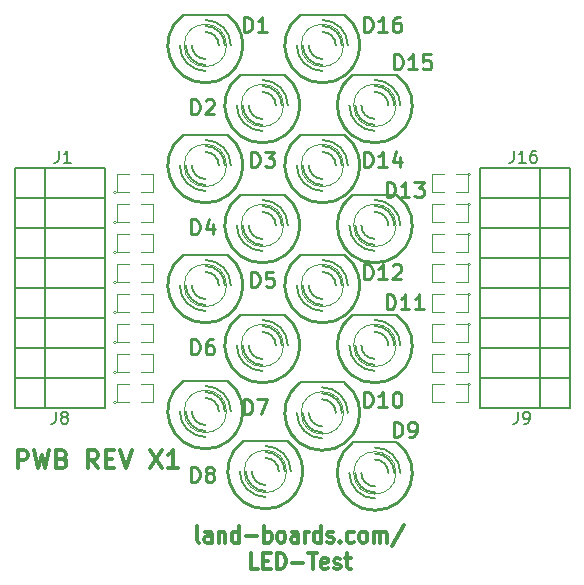
<source format=gto>
G04 (created by PCBNEW (2013-04-19 BZR 4011)-stable) date 01/07/2014 10:59:58*
%MOIN*%
G04 Gerber Fmt 3.4, Leading zero omitted, Abs format*
%FSLAX34Y34*%
G01*
G70*
G90*
G04 APERTURE LIST*
%ADD10C,0*%
%ADD11C,0.012*%
%ADD12C,0.008*%
%ADD13C,0.003*%
%ADD14C,0.01*%
%ADD15C,0.006*%
%ADD16C,0.0039*%
G04 APERTURE END LIST*
G54D10*
G54D11*
X67404Y-49472D02*
X67357Y-49446D01*
X67333Y-49394D01*
X67333Y-48922D01*
X67809Y-49472D02*
X67809Y-49184D01*
X67785Y-49132D01*
X67738Y-49105D01*
X67642Y-49105D01*
X67595Y-49132D01*
X67809Y-49446D02*
X67761Y-49472D01*
X67642Y-49472D01*
X67595Y-49446D01*
X67571Y-49394D01*
X67571Y-49341D01*
X67595Y-49289D01*
X67642Y-49263D01*
X67761Y-49263D01*
X67809Y-49236D01*
X68047Y-49105D02*
X68047Y-49472D01*
X68047Y-49158D02*
X68071Y-49132D01*
X68119Y-49105D01*
X68190Y-49105D01*
X68238Y-49132D01*
X68261Y-49184D01*
X68261Y-49472D01*
X68714Y-49472D02*
X68714Y-48922D01*
X68714Y-49446D02*
X68666Y-49472D01*
X68571Y-49472D01*
X68523Y-49446D01*
X68500Y-49420D01*
X68476Y-49367D01*
X68476Y-49210D01*
X68500Y-49158D01*
X68523Y-49132D01*
X68571Y-49105D01*
X68666Y-49105D01*
X68714Y-49132D01*
X68952Y-49263D02*
X69333Y-49263D01*
X69571Y-49472D02*
X69571Y-48922D01*
X69571Y-49132D02*
X69619Y-49105D01*
X69714Y-49105D01*
X69761Y-49132D01*
X69785Y-49158D01*
X69809Y-49210D01*
X69809Y-49367D01*
X69785Y-49420D01*
X69761Y-49446D01*
X69714Y-49472D01*
X69619Y-49472D01*
X69571Y-49446D01*
X70095Y-49472D02*
X70047Y-49446D01*
X70023Y-49420D01*
X70000Y-49367D01*
X70000Y-49210D01*
X70023Y-49158D01*
X70047Y-49132D01*
X70095Y-49105D01*
X70166Y-49105D01*
X70214Y-49132D01*
X70238Y-49158D01*
X70261Y-49210D01*
X70261Y-49367D01*
X70238Y-49420D01*
X70214Y-49446D01*
X70166Y-49472D01*
X70095Y-49472D01*
X70690Y-49472D02*
X70690Y-49184D01*
X70666Y-49132D01*
X70619Y-49105D01*
X70523Y-49105D01*
X70476Y-49132D01*
X70690Y-49446D02*
X70642Y-49472D01*
X70523Y-49472D01*
X70476Y-49446D01*
X70452Y-49394D01*
X70452Y-49341D01*
X70476Y-49289D01*
X70523Y-49263D01*
X70642Y-49263D01*
X70690Y-49236D01*
X70928Y-49472D02*
X70928Y-49105D01*
X70928Y-49210D02*
X70952Y-49158D01*
X70976Y-49132D01*
X71023Y-49105D01*
X71071Y-49105D01*
X71452Y-49472D02*
X71452Y-48922D01*
X71452Y-49446D02*
X71404Y-49472D01*
X71309Y-49472D01*
X71261Y-49446D01*
X71238Y-49420D01*
X71214Y-49367D01*
X71214Y-49210D01*
X71238Y-49158D01*
X71261Y-49132D01*
X71309Y-49105D01*
X71404Y-49105D01*
X71452Y-49132D01*
X71666Y-49446D02*
X71714Y-49472D01*
X71809Y-49472D01*
X71857Y-49446D01*
X71880Y-49394D01*
X71880Y-49367D01*
X71857Y-49315D01*
X71809Y-49289D01*
X71738Y-49289D01*
X71690Y-49263D01*
X71666Y-49210D01*
X71666Y-49184D01*
X71690Y-49132D01*
X71738Y-49105D01*
X71809Y-49105D01*
X71857Y-49132D01*
X72095Y-49420D02*
X72119Y-49446D01*
X72095Y-49472D01*
X72071Y-49446D01*
X72095Y-49420D01*
X72095Y-49472D01*
X72547Y-49446D02*
X72500Y-49472D01*
X72404Y-49472D01*
X72357Y-49446D01*
X72333Y-49420D01*
X72309Y-49367D01*
X72309Y-49210D01*
X72333Y-49158D01*
X72357Y-49132D01*
X72404Y-49105D01*
X72500Y-49105D01*
X72547Y-49132D01*
X72833Y-49472D02*
X72785Y-49446D01*
X72761Y-49420D01*
X72738Y-49367D01*
X72738Y-49210D01*
X72761Y-49158D01*
X72785Y-49132D01*
X72833Y-49105D01*
X72904Y-49105D01*
X72952Y-49132D01*
X72976Y-49158D01*
X73000Y-49210D01*
X73000Y-49367D01*
X72976Y-49420D01*
X72952Y-49446D01*
X72904Y-49472D01*
X72833Y-49472D01*
X73214Y-49472D02*
X73214Y-49105D01*
X73214Y-49158D02*
X73238Y-49132D01*
X73285Y-49105D01*
X73357Y-49105D01*
X73404Y-49132D01*
X73428Y-49184D01*
X73428Y-49472D01*
X73428Y-49184D02*
X73452Y-49132D01*
X73500Y-49105D01*
X73571Y-49105D01*
X73619Y-49132D01*
X73642Y-49184D01*
X73642Y-49472D01*
X74238Y-48896D02*
X73809Y-49603D01*
X69369Y-50362D02*
X69130Y-50362D01*
X69130Y-49812D01*
X69535Y-50074D02*
X69702Y-50074D01*
X69773Y-50362D02*
X69535Y-50362D01*
X69535Y-49812D01*
X69773Y-49812D01*
X69988Y-50362D02*
X69988Y-49812D01*
X70107Y-49812D01*
X70178Y-49838D01*
X70226Y-49891D01*
X70250Y-49943D01*
X70273Y-50048D01*
X70273Y-50126D01*
X70250Y-50231D01*
X70226Y-50284D01*
X70178Y-50336D01*
X70107Y-50362D01*
X69988Y-50362D01*
X70488Y-50153D02*
X70869Y-50153D01*
X71035Y-49812D02*
X71321Y-49812D01*
X71178Y-50362D02*
X71178Y-49812D01*
X71678Y-50336D02*
X71630Y-50362D01*
X71535Y-50362D01*
X71488Y-50336D01*
X71464Y-50284D01*
X71464Y-50074D01*
X71488Y-50022D01*
X71535Y-49995D01*
X71630Y-49995D01*
X71678Y-50022D01*
X71702Y-50074D01*
X71702Y-50126D01*
X71464Y-50179D01*
X71892Y-50336D02*
X71940Y-50362D01*
X72035Y-50362D01*
X72083Y-50336D01*
X72107Y-50284D01*
X72107Y-50257D01*
X72083Y-50205D01*
X72035Y-50179D01*
X71964Y-50179D01*
X71916Y-50153D01*
X71892Y-50100D01*
X71892Y-50074D01*
X71916Y-50022D01*
X71964Y-49995D01*
X72035Y-49995D01*
X72083Y-50022D01*
X72250Y-49995D02*
X72440Y-49995D01*
X72321Y-49812D02*
X72321Y-50284D01*
X72345Y-50336D01*
X72392Y-50362D01*
X72440Y-50362D01*
X61342Y-46992D02*
X61342Y-46392D01*
X61571Y-46392D01*
X61628Y-46421D01*
X61657Y-46450D01*
X61685Y-46507D01*
X61685Y-46592D01*
X61657Y-46650D01*
X61628Y-46678D01*
X61571Y-46707D01*
X61342Y-46707D01*
X61885Y-46392D02*
X62028Y-46992D01*
X62142Y-46564D01*
X62257Y-46992D01*
X62400Y-46392D01*
X62828Y-46678D02*
X62914Y-46707D01*
X62942Y-46735D01*
X62971Y-46792D01*
X62971Y-46878D01*
X62942Y-46935D01*
X62914Y-46964D01*
X62857Y-46992D01*
X62628Y-46992D01*
X62628Y-46392D01*
X62828Y-46392D01*
X62885Y-46421D01*
X62914Y-46450D01*
X62942Y-46507D01*
X62942Y-46564D01*
X62914Y-46621D01*
X62885Y-46650D01*
X62828Y-46678D01*
X62628Y-46678D01*
X64028Y-46992D02*
X63828Y-46707D01*
X63685Y-46992D02*
X63685Y-46392D01*
X63914Y-46392D01*
X63971Y-46421D01*
X64000Y-46450D01*
X64028Y-46507D01*
X64028Y-46592D01*
X64000Y-46650D01*
X63971Y-46678D01*
X63914Y-46707D01*
X63685Y-46707D01*
X64285Y-46678D02*
X64485Y-46678D01*
X64571Y-46992D02*
X64285Y-46992D01*
X64285Y-46392D01*
X64571Y-46392D01*
X64742Y-46392D02*
X64942Y-46992D01*
X65142Y-46392D01*
X65742Y-46392D02*
X66142Y-46992D01*
X66142Y-46392D02*
X65742Y-46992D01*
X66685Y-46992D02*
X66342Y-46992D01*
X66514Y-46992D02*
X66514Y-46392D01*
X66457Y-46478D01*
X66400Y-46535D01*
X66342Y-46564D01*
G54D12*
X68350Y-44080D02*
X66850Y-44080D01*
G54D13*
X68307Y-45100D02*
G75*
G03X68307Y-45100I-707J0D01*
G74*
G01*
G54D14*
X66849Y-44100D02*
G75*
G03X68350Y-44100I750J-999D01*
G74*
G01*
G54D15*
X67150Y-45100D02*
G75*
G03X67600Y-45550I450J0D01*
G74*
G01*
X68050Y-45100D02*
G75*
G03X67600Y-44650I-450J0D01*
G74*
G01*
X66950Y-45100D02*
G75*
G03X67600Y-45750I650J0D01*
G74*
G01*
X68250Y-45100D02*
G75*
G03X67600Y-44450I-650J0D01*
G74*
G01*
X66750Y-45100D02*
G75*
G03X67600Y-45950I850J0D01*
G74*
G01*
X68450Y-45100D02*
G75*
G03X67600Y-44250I-850J0D01*
G74*
G01*
G54D12*
X72250Y-39880D02*
X70750Y-39880D01*
G54D13*
X72207Y-40900D02*
G75*
G03X72207Y-40900I-707J0D01*
G74*
G01*
G54D14*
X70749Y-39900D02*
G75*
G03X72250Y-39900I750J-999D01*
G74*
G01*
G54D15*
X71050Y-40900D02*
G75*
G03X71500Y-41350I450J0D01*
G74*
G01*
X71950Y-40900D02*
G75*
G03X71500Y-40450I-450J0D01*
G74*
G01*
X70850Y-40900D02*
G75*
G03X71500Y-41550I650J0D01*
G74*
G01*
X72150Y-40900D02*
G75*
G03X71500Y-40250I-650J0D01*
G74*
G01*
X70650Y-40900D02*
G75*
G03X71500Y-41750I850J0D01*
G74*
G01*
X72350Y-40900D02*
G75*
G03X71500Y-40050I-850J0D01*
G74*
G01*
G54D12*
X74000Y-41880D02*
X72500Y-41880D01*
G54D13*
X73957Y-42900D02*
G75*
G03X73957Y-42900I-707J0D01*
G74*
G01*
G54D14*
X72499Y-41900D02*
G75*
G03X74000Y-41900I750J-999D01*
G74*
G01*
G54D15*
X72800Y-42900D02*
G75*
G03X73250Y-43350I450J0D01*
G74*
G01*
X73700Y-42900D02*
G75*
G03X73250Y-42450I-450J0D01*
G74*
G01*
X72600Y-42900D02*
G75*
G03X73250Y-43550I650J0D01*
G74*
G01*
X73900Y-42900D02*
G75*
G03X73250Y-42250I-650J0D01*
G74*
G01*
X72400Y-42900D02*
G75*
G03X73250Y-43750I850J0D01*
G74*
G01*
X74100Y-42900D02*
G75*
G03X73250Y-42050I-850J0D01*
G74*
G01*
G54D12*
X72250Y-44130D02*
X70750Y-44130D01*
G54D13*
X72207Y-45150D02*
G75*
G03X72207Y-45150I-707J0D01*
G74*
G01*
G54D14*
X70749Y-44150D02*
G75*
G03X72250Y-44150I750J-999D01*
G74*
G01*
G54D15*
X71050Y-45150D02*
G75*
G03X71500Y-45600I450J0D01*
G74*
G01*
X71950Y-45150D02*
G75*
G03X71500Y-44700I-450J0D01*
G74*
G01*
X70850Y-45150D02*
G75*
G03X71500Y-45800I650J0D01*
G74*
G01*
X72150Y-45150D02*
G75*
G03X71500Y-44500I-650J0D01*
G74*
G01*
X70650Y-45150D02*
G75*
G03X71500Y-46000I850J0D01*
G74*
G01*
X72350Y-45150D02*
G75*
G03X71500Y-44300I-850J0D01*
G74*
G01*
G54D12*
X74000Y-46130D02*
X72500Y-46130D01*
G54D13*
X73957Y-47150D02*
G75*
G03X73957Y-47150I-707J0D01*
G74*
G01*
G54D14*
X72499Y-46150D02*
G75*
G03X74000Y-46150I750J-999D01*
G74*
G01*
G54D15*
X72800Y-47150D02*
G75*
G03X73250Y-47600I450J0D01*
G74*
G01*
X73700Y-47150D02*
G75*
G03X73250Y-46700I-450J0D01*
G74*
G01*
X72600Y-47150D02*
G75*
G03X73250Y-47800I650J0D01*
G74*
G01*
X73900Y-47150D02*
G75*
G03X73250Y-46500I-650J0D01*
G74*
G01*
X72400Y-47150D02*
G75*
G03X73250Y-48000I850J0D01*
G74*
G01*
X74100Y-47150D02*
G75*
G03X73250Y-46300I-850J0D01*
G74*
G01*
G54D12*
X70350Y-46080D02*
X68850Y-46080D01*
G54D13*
X70307Y-47100D02*
G75*
G03X70307Y-47100I-707J0D01*
G74*
G01*
G54D14*
X68849Y-46100D02*
G75*
G03X70350Y-46100I750J-999D01*
G74*
G01*
G54D15*
X69150Y-47100D02*
G75*
G03X69600Y-47550I450J0D01*
G74*
G01*
X70050Y-47100D02*
G75*
G03X69600Y-46650I-450J0D01*
G74*
G01*
X68950Y-47100D02*
G75*
G03X69600Y-47750I650J0D01*
G74*
G01*
X70250Y-47100D02*
G75*
G03X69600Y-46450I-650J0D01*
G74*
G01*
X68750Y-47100D02*
G75*
G03X69600Y-47950I850J0D01*
G74*
G01*
X70450Y-47100D02*
G75*
G03X69600Y-46250I-850J0D01*
G74*
G01*
G54D12*
X70250Y-41880D02*
X68750Y-41880D01*
G54D13*
X70207Y-42900D02*
G75*
G03X70207Y-42900I-707J0D01*
G74*
G01*
G54D14*
X68749Y-41900D02*
G75*
G03X70250Y-41900I750J-999D01*
G74*
G01*
G54D15*
X69050Y-42900D02*
G75*
G03X69500Y-43350I450J0D01*
G74*
G01*
X69950Y-42900D02*
G75*
G03X69500Y-42450I-450J0D01*
G74*
G01*
X68850Y-42900D02*
G75*
G03X69500Y-43550I650J0D01*
G74*
G01*
X70150Y-42900D02*
G75*
G03X69500Y-42250I-650J0D01*
G74*
G01*
X68650Y-42900D02*
G75*
G03X69500Y-43750I850J0D01*
G74*
G01*
X70350Y-42900D02*
G75*
G03X69500Y-42050I-850J0D01*
G74*
G01*
G54D12*
X68350Y-39880D02*
X66850Y-39880D01*
G54D13*
X68307Y-40900D02*
G75*
G03X68307Y-40900I-707J0D01*
G74*
G01*
G54D14*
X66849Y-39900D02*
G75*
G03X68350Y-39900I750J-999D01*
G74*
G01*
G54D15*
X67150Y-40900D02*
G75*
G03X67600Y-41350I450J0D01*
G74*
G01*
X68050Y-40900D02*
G75*
G03X67600Y-40450I-450J0D01*
G74*
G01*
X66950Y-40900D02*
G75*
G03X67600Y-41550I650J0D01*
G74*
G01*
X68250Y-40900D02*
G75*
G03X67600Y-40250I-650J0D01*
G74*
G01*
X66750Y-40900D02*
G75*
G03X67600Y-41750I850J0D01*
G74*
G01*
X68450Y-40900D02*
G75*
G03X67600Y-40050I-850J0D01*
G74*
G01*
G54D12*
X70250Y-37880D02*
X68750Y-37880D01*
G54D13*
X70207Y-38900D02*
G75*
G03X70207Y-38900I-707J0D01*
G74*
G01*
G54D14*
X68749Y-37900D02*
G75*
G03X70250Y-37900I750J-999D01*
G74*
G01*
G54D15*
X69050Y-38900D02*
G75*
G03X69500Y-39350I450J0D01*
G74*
G01*
X69950Y-38900D02*
G75*
G03X69500Y-38450I-450J0D01*
G74*
G01*
X68850Y-38900D02*
G75*
G03X69500Y-39550I650J0D01*
G74*
G01*
X70150Y-38900D02*
G75*
G03X69500Y-38250I-650J0D01*
G74*
G01*
X68650Y-38900D02*
G75*
G03X69500Y-39750I850J0D01*
G74*
G01*
X70350Y-38900D02*
G75*
G03X69500Y-38050I-850J0D01*
G74*
G01*
G54D12*
X68350Y-35880D02*
X66850Y-35880D01*
G54D13*
X68307Y-36900D02*
G75*
G03X68307Y-36900I-707J0D01*
G74*
G01*
G54D14*
X66849Y-35900D02*
G75*
G03X68350Y-35900I750J-999D01*
G74*
G01*
G54D15*
X67150Y-36900D02*
G75*
G03X67600Y-37350I450J0D01*
G74*
G01*
X68050Y-36900D02*
G75*
G03X67600Y-36450I-450J0D01*
G74*
G01*
X66950Y-36900D02*
G75*
G03X67600Y-37550I650J0D01*
G74*
G01*
X68250Y-36900D02*
G75*
G03X67600Y-36250I-650J0D01*
G74*
G01*
X66750Y-36900D02*
G75*
G03X67600Y-37750I850J0D01*
G74*
G01*
X68450Y-36900D02*
G75*
G03X67600Y-36050I-850J0D01*
G74*
G01*
G54D12*
X70250Y-33880D02*
X68750Y-33880D01*
G54D13*
X70207Y-34900D02*
G75*
G03X70207Y-34900I-707J0D01*
G74*
G01*
G54D14*
X68749Y-33900D02*
G75*
G03X70250Y-33900I750J-999D01*
G74*
G01*
G54D15*
X69050Y-34900D02*
G75*
G03X69500Y-35350I450J0D01*
G74*
G01*
X69950Y-34900D02*
G75*
G03X69500Y-34450I-450J0D01*
G74*
G01*
X68850Y-34900D02*
G75*
G03X69500Y-35550I650J0D01*
G74*
G01*
X70150Y-34900D02*
G75*
G03X69500Y-34250I-650J0D01*
G74*
G01*
X68650Y-34900D02*
G75*
G03X69500Y-35750I850J0D01*
G74*
G01*
X70350Y-34900D02*
G75*
G03X69500Y-34050I-850J0D01*
G74*
G01*
G54D12*
X68350Y-31880D02*
X66850Y-31880D01*
G54D13*
X68307Y-32900D02*
G75*
G03X68307Y-32900I-707J0D01*
G74*
G01*
G54D14*
X66849Y-31900D02*
G75*
G03X68350Y-31900I750J-999D01*
G74*
G01*
G54D15*
X67150Y-32900D02*
G75*
G03X67600Y-33350I450J0D01*
G74*
G01*
X68050Y-32900D02*
G75*
G03X67600Y-32450I-450J0D01*
G74*
G01*
X66950Y-32900D02*
G75*
G03X67600Y-33550I650J0D01*
G74*
G01*
X68250Y-32900D02*
G75*
G03X67600Y-32250I-650J0D01*
G74*
G01*
X66750Y-32900D02*
G75*
G03X67600Y-33750I850J0D01*
G74*
G01*
X68450Y-32900D02*
G75*
G03X67600Y-32050I-850J0D01*
G74*
G01*
G54D12*
X72250Y-31880D02*
X70750Y-31880D01*
G54D13*
X72207Y-32900D02*
G75*
G03X72207Y-32900I-707J0D01*
G74*
G01*
G54D14*
X70749Y-31900D02*
G75*
G03X72250Y-31900I750J-999D01*
G74*
G01*
G54D15*
X71050Y-32900D02*
G75*
G03X71500Y-33350I450J0D01*
G74*
G01*
X71950Y-32900D02*
G75*
G03X71500Y-32450I-450J0D01*
G74*
G01*
X70850Y-32900D02*
G75*
G03X71500Y-33550I650J0D01*
G74*
G01*
X72150Y-32900D02*
G75*
G03X71500Y-32250I-650J0D01*
G74*
G01*
X70650Y-32900D02*
G75*
G03X71500Y-33750I850J0D01*
G74*
G01*
X72350Y-32900D02*
G75*
G03X71500Y-32050I-850J0D01*
G74*
G01*
G54D12*
X74000Y-37880D02*
X72500Y-37880D01*
G54D13*
X73957Y-38900D02*
G75*
G03X73957Y-38900I-707J0D01*
G74*
G01*
G54D14*
X72499Y-37900D02*
G75*
G03X74000Y-37900I750J-999D01*
G74*
G01*
G54D15*
X72800Y-38900D02*
G75*
G03X73250Y-39350I450J0D01*
G74*
G01*
X73700Y-38900D02*
G75*
G03X73250Y-38450I-450J0D01*
G74*
G01*
X72600Y-38900D02*
G75*
G03X73250Y-39550I650J0D01*
G74*
G01*
X73900Y-38900D02*
G75*
G03X73250Y-38250I-650J0D01*
G74*
G01*
X72400Y-38900D02*
G75*
G03X73250Y-39750I850J0D01*
G74*
G01*
X74100Y-38900D02*
G75*
G03X73250Y-38050I-850J0D01*
G74*
G01*
G54D12*
X72250Y-35880D02*
X70750Y-35880D01*
G54D13*
X72207Y-36900D02*
G75*
G03X72207Y-36900I-707J0D01*
G74*
G01*
G54D14*
X70749Y-35900D02*
G75*
G03X72250Y-35900I750J-999D01*
G74*
G01*
G54D15*
X71050Y-36900D02*
G75*
G03X71500Y-37350I450J0D01*
G74*
G01*
X71950Y-36900D02*
G75*
G03X71500Y-36450I-450J0D01*
G74*
G01*
X70850Y-36900D02*
G75*
G03X71500Y-37550I650J0D01*
G74*
G01*
X72150Y-36900D02*
G75*
G03X71500Y-36250I-650J0D01*
G74*
G01*
X70650Y-36900D02*
G75*
G03X71500Y-37750I850J0D01*
G74*
G01*
X72350Y-36900D02*
G75*
G03X71500Y-36050I-850J0D01*
G74*
G01*
G54D12*
X74000Y-33880D02*
X72500Y-33880D01*
G54D13*
X73957Y-34900D02*
G75*
G03X73957Y-34900I-707J0D01*
G74*
G01*
G54D14*
X72499Y-33900D02*
G75*
G03X74000Y-33900I750J-999D01*
G74*
G01*
G54D15*
X72800Y-34900D02*
G75*
G03X73250Y-35350I450J0D01*
G74*
G01*
X73700Y-34900D02*
G75*
G03X73250Y-34450I-450J0D01*
G74*
G01*
X72600Y-34900D02*
G75*
G03X73250Y-35550I650J0D01*
G74*
G01*
X73900Y-34900D02*
G75*
G03X73250Y-34250I-650J0D01*
G74*
G01*
X72400Y-34900D02*
G75*
G03X73250Y-35750I850J0D01*
G74*
G01*
X74100Y-34900D02*
G75*
G03X73250Y-34050I-850J0D01*
G74*
G01*
X61250Y-39000D02*
X61250Y-38000D01*
X61250Y-38000D02*
X64250Y-38000D01*
X64250Y-38000D02*
X64250Y-39000D01*
X64250Y-39000D02*
X61250Y-39000D01*
X62250Y-38000D02*
X62250Y-39000D01*
X79750Y-37000D02*
X79750Y-38000D01*
X79750Y-38000D02*
X76750Y-38000D01*
X76750Y-38000D02*
X76750Y-37000D01*
X76750Y-37000D02*
X79750Y-37000D01*
X78750Y-38000D02*
X78750Y-37000D01*
X79750Y-39000D02*
X79750Y-40000D01*
X79750Y-40000D02*
X76750Y-40000D01*
X76750Y-40000D02*
X76750Y-39000D01*
X76750Y-39000D02*
X79750Y-39000D01*
X78750Y-40000D02*
X78750Y-39000D01*
X79750Y-41000D02*
X79750Y-42000D01*
X79750Y-42000D02*
X76750Y-42000D01*
X76750Y-42000D02*
X76750Y-41000D01*
X76750Y-41000D02*
X79750Y-41000D01*
X78750Y-42000D02*
X78750Y-41000D01*
X79750Y-43000D02*
X79750Y-44000D01*
X79750Y-44000D02*
X76750Y-44000D01*
X76750Y-44000D02*
X76750Y-43000D01*
X76750Y-43000D02*
X79750Y-43000D01*
X78750Y-44000D02*
X78750Y-43000D01*
X61250Y-45000D02*
X61250Y-44000D01*
X61250Y-44000D02*
X64250Y-44000D01*
X64250Y-44000D02*
X64250Y-45000D01*
X64250Y-45000D02*
X61250Y-45000D01*
X62250Y-44000D02*
X62250Y-45000D01*
X61250Y-43000D02*
X61250Y-42000D01*
X61250Y-42000D02*
X64250Y-42000D01*
X64250Y-42000D02*
X64250Y-43000D01*
X64250Y-43000D02*
X61250Y-43000D01*
X62250Y-42000D02*
X62250Y-43000D01*
X61250Y-41000D02*
X61250Y-40000D01*
X61250Y-40000D02*
X64250Y-40000D01*
X64250Y-40000D02*
X64250Y-41000D01*
X64250Y-41000D02*
X61250Y-41000D01*
X62250Y-40000D02*
X62250Y-41000D01*
X61250Y-38000D02*
X61250Y-37000D01*
X61250Y-37000D02*
X64250Y-37000D01*
X64250Y-37000D02*
X64250Y-38000D01*
X64250Y-38000D02*
X61250Y-38000D01*
X62250Y-37000D02*
X62250Y-38000D01*
X79750Y-38000D02*
X79750Y-39000D01*
X79750Y-39000D02*
X76750Y-39000D01*
X76750Y-39000D02*
X76750Y-38000D01*
X76750Y-38000D02*
X79750Y-38000D01*
X78750Y-39000D02*
X78750Y-38000D01*
X79750Y-40000D02*
X79750Y-41000D01*
X79750Y-41000D02*
X76750Y-41000D01*
X76750Y-41000D02*
X76750Y-40000D01*
X76750Y-40000D02*
X79750Y-40000D01*
X78750Y-41000D02*
X78750Y-40000D01*
X79750Y-42000D02*
X79750Y-43000D01*
X79750Y-43000D02*
X76750Y-43000D01*
X76750Y-43000D02*
X76750Y-42000D01*
X76750Y-42000D02*
X79750Y-42000D01*
X78750Y-43000D02*
X78750Y-42000D01*
X79750Y-44000D02*
X79750Y-45000D01*
X79750Y-45000D02*
X76750Y-45000D01*
X76750Y-45000D02*
X76750Y-44000D01*
X76750Y-44000D02*
X79750Y-44000D01*
X78750Y-45000D02*
X78750Y-44000D01*
X61250Y-44000D02*
X61250Y-43000D01*
X61250Y-43000D02*
X64250Y-43000D01*
X64250Y-43000D02*
X64250Y-44000D01*
X64250Y-44000D02*
X61250Y-44000D01*
X62250Y-43000D02*
X62250Y-44000D01*
X61250Y-42000D02*
X61250Y-41000D01*
X61250Y-41000D02*
X64250Y-41000D01*
X64250Y-41000D02*
X64250Y-42000D01*
X64250Y-42000D02*
X61250Y-42000D01*
X62250Y-41000D02*
X62250Y-42000D01*
X61250Y-40000D02*
X61250Y-39000D01*
X61250Y-39000D02*
X64250Y-39000D01*
X64250Y-39000D02*
X64250Y-40000D01*
X64250Y-40000D02*
X61250Y-40000D01*
X62250Y-39000D02*
X62250Y-40000D01*
G54D16*
X76450Y-37200D02*
G75*
G03X76450Y-37200I-50J0D01*
G74*
G01*
X75950Y-37200D02*
X76350Y-37200D01*
X76350Y-37200D02*
X76350Y-37800D01*
X76350Y-37800D02*
X75950Y-37800D01*
X75550Y-37800D02*
X75150Y-37800D01*
X75150Y-37800D02*
X75150Y-37200D01*
X75150Y-37200D02*
X75550Y-37200D01*
X76450Y-39200D02*
G75*
G03X76450Y-39200I-50J0D01*
G74*
G01*
X75950Y-39200D02*
X76350Y-39200D01*
X76350Y-39200D02*
X76350Y-39800D01*
X76350Y-39800D02*
X75950Y-39800D01*
X75550Y-39800D02*
X75150Y-39800D01*
X75150Y-39800D02*
X75150Y-39200D01*
X75150Y-39200D02*
X75550Y-39200D01*
X76450Y-38200D02*
G75*
G03X76450Y-38200I-50J0D01*
G74*
G01*
X75950Y-38200D02*
X76350Y-38200D01*
X76350Y-38200D02*
X76350Y-38800D01*
X76350Y-38800D02*
X75950Y-38800D01*
X75550Y-38800D02*
X75150Y-38800D01*
X75150Y-38800D02*
X75150Y-38200D01*
X75150Y-38200D02*
X75550Y-38200D01*
X64650Y-37800D02*
G75*
G03X64650Y-37800I-50J0D01*
G74*
G01*
X65050Y-37800D02*
X64650Y-37800D01*
X64650Y-37800D02*
X64650Y-37200D01*
X64650Y-37200D02*
X65050Y-37200D01*
X65450Y-37200D02*
X65850Y-37200D01*
X65850Y-37200D02*
X65850Y-37800D01*
X65850Y-37800D02*
X65450Y-37800D01*
X64650Y-39800D02*
G75*
G03X64650Y-39800I-50J0D01*
G74*
G01*
X65050Y-39800D02*
X64650Y-39800D01*
X64650Y-39800D02*
X64650Y-39200D01*
X64650Y-39200D02*
X65050Y-39200D01*
X65450Y-39200D02*
X65850Y-39200D01*
X65850Y-39200D02*
X65850Y-39800D01*
X65850Y-39800D02*
X65450Y-39800D01*
X64650Y-40800D02*
G75*
G03X64650Y-40800I-50J0D01*
G74*
G01*
X65050Y-40800D02*
X64650Y-40800D01*
X64650Y-40800D02*
X64650Y-40200D01*
X64650Y-40200D02*
X65050Y-40200D01*
X65450Y-40200D02*
X65850Y-40200D01*
X65850Y-40200D02*
X65850Y-40800D01*
X65850Y-40800D02*
X65450Y-40800D01*
X64650Y-41800D02*
G75*
G03X64650Y-41800I-50J0D01*
G74*
G01*
X65050Y-41800D02*
X64650Y-41800D01*
X64650Y-41800D02*
X64650Y-41200D01*
X64650Y-41200D02*
X65050Y-41200D01*
X65450Y-41200D02*
X65850Y-41200D01*
X65850Y-41200D02*
X65850Y-41800D01*
X65850Y-41800D02*
X65450Y-41800D01*
X64650Y-42800D02*
G75*
G03X64650Y-42800I-50J0D01*
G74*
G01*
X65050Y-42800D02*
X64650Y-42800D01*
X64650Y-42800D02*
X64650Y-42200D01*
X64650Y-42200D02*
X65050Y-42200D01*
X65450Y-42200D02*
X65850Y-42200D01*
X65850Y-42200D02*
X65850Y-42800D01*
X65850Y-42800D02*
X65450Y-42800D01*
X64650Y-43800D02*
G75*
G03X64650Y-43800I-50J0D01*
G74*
G01*
X65050Y-43800D02*
X64650Y-43800D01*
X64650Y-43800D02*
X64650Y-43200D01*
X64650Y-43200D02*
X65050Y-43200D01*
X65450Y-43200D02*
X65850Y-43200D01*
X65850Y-43200D02*
X65850Y-43800D01*
X65850Y-43800D02*
X65450Y-43800D01*
X64650Y-44800D02*
G75*
G03X64650Y-44800I-50J0D01*
G74*
G01*
X65050Y-44800D02*
X64650Y-44800D01*
X64650Y-44800D02*
X64650Y-44200D01*
X64650Y-44200D02*
X65050Y-44200D01*
X65450Y-44200D02*
X65850Y-44200D01*
X65850Y-44200D02*
X65850Y-44800D01*
X65850Y-44800D02*
X65450Y-44800D01*
X76450Y-44200D02*
G75*
G03X76450Y-44200I-50J0D01*
G74*
G01*
X75950Y-44200D02*
X76350Y-44200D01*
X76350Y-44200D02*
X76350Y-44800D01*
X76350Y-44800D02*
X75950Y-44800D01*
X75550Y-44800D02*
X75150Y-44800D01*
X75150Y-44800D02*
X75150Y-44200D01*
X75150Y-44200D02*
X75550Y-44200D01*
X76450Y-43200D02*
G75*
G03X76450Y-43200I-50J0D01*
G74*
G01*
X75950Y-43200D02*
X76350Y-43200D01*
X76350Y-43200D02*
X76350Y-43800D01*
X76350Y-43800D02*
X75950Y-43800D01*
X75550Y-43800D02*
X75150Y-43800D01*
X75150Y-43800D02*
X75150Y-43200D01*
X75150Y-43200D02*
X75550Y-43200D01*
X76450Y-40200D02*
G75*
G03X76450Y-40200I-50J0D01*
G74*
G01*
X75950Y-40200D02*
X76350Y-40200D01*
X76350Y-40200D02*
X76350Y-40800D01*
X76350Y-40800D02*
X75950Y-40800D01*
X75550Y-40800D02*
X75150Y-40800D01*
X75150Y-40800D02*
X75150Y-40200D01*
X75150Y-40200D02*
X75550Y-40200D01*
X76450Y-41200D02*
G75*
G03X76450Y-41200I-50J0D01*
G74*
G01*
X75950Y-41200D02*
X76350Y-41200D01*
X76350Y-41200D02*
X76350Y-41800D01*
X76350Y-41800D02*
X75950Y-41800D01*
X75550Y-41800D02*
X75150Y-41800D01*
X75150Y-41800D02*
X75150Y-41200D01*
X75150Y-41200D02*
X75550Y-41200D01*
X76450Y-42200D02*
G75*
G03X76450Y-42200I-50J0D01*
G74*
G01*
X75950Y-42200D02*
X76350Y-42200D01*
X76350Y-42200D02*
X76350Y-42800D01*
X76350Y-42800D02*
X75950Y-42800D01*
X75550Y-42800D02*
X75150Y-42800D01*
X75150Y-42800D02*
X75150Y-42200D01*
X75150Y-42200D02*
X75550Y-42200D01*
X64650Y-38800D02*
G75*
G03X64650Y-38800I-50J0D01*
G74*
G01*
X65050Y-38800D02*
X64650Y-38800D01*
X64650Y-38800D02*
X64650Y-38200D01*
X64650Y-38200D02*
X65050Y-38200D01*
X65450Y-38200D02*
X65850Y-38200D01*
X65850Y-38200D02*
X65850Y-38800D01*
X65850Y-38800D02*
X65450Y-38800D01*
G54D14*
X68880Y-45202D02*
X68880Y-44702D01*
X69000Y-44702D01*
X69071Y-44726D01*
X69119Y-44773D01*
X69142Y-44821D01*
X69166Y-44916D01*
X69166Y-44988D01*
X69142Y-45083D01*
X69119Y-45130D01*
X69071Y-45178D01*
X69000Y-45202D01*
X68880Y-45202D01*
X69333Y-44702D02*
X69666Y-44702D01*
X69452Y-45202D01*
X72892Y-40702D02*
X72892Y-40202D01*
X73011Y-40202D01*
X73083Y-40226D01*
X73130Y-40273D01*
X73154Y-40321D01*
X73178Y-40416D01*
X73178Y-40488D01*
X73154Y-40583D01*
X73130Y-40630D01*
X73083Y-40678D01*
X73011Y-40702D01*
X72892Y-40702D01*
X73654Y-40702D02*
X73369Y-40702D01*
X73511Y-40702D02*
X73511Y-40202D01*
X73464Y-40273D01*
X73416Y-40321D01*
X73369Y-40345D01*
X73845Y-40250D02*
X73869Y-40226D01*
X73916Y-40202D01*
X74035Y-40202D01*
X74083Y-40226D01*
X74107Y-40250D01*
X74130Y-40297D01*
X74130Y-40345D01*
X74107Y-40416D01*
X73821Y-40702D01*
X74130Y-40702D01*
X73642Y-41702D02*
X73642Y-41202D01*
X73761Y-41202D01*
X73833Y-41226D01*
X73880Y-41273D01*
X73904Y-41321D01*
X73928Y-41416D01*
X73928Y-41488D01*
X73904Y-41583D01*
X73880Y-41630D01*
X73833Y-41678D01*
X73761Y-41702D01*
X73642Y-41702D01*
X74404Y-41702D02*
X74119Y-41702D01*
X74261Y-41702D02*
X74261Y-41202D01*
X74214Y-41273D01*
X74166Y-41321D01*
X74119Y-41345D01*
X74880Y-41702D02*
X74595Y-41702D01*
X74738Y-41702D02*
X74738Y-41202D01*
X74690Y-41273D01*
X74642Y-41321D01*
X74595Y-41345D01*
X72892Y-44952D02*
X72892Y-44452D01*
X73011Y-44452D01*
X73083Y-44476D01*
X73130Y-44523D01*
X73154Y-44571D01*
X73178Y-44666D01*
X73178Y-44738D01*
X73154Y-44833D01*
X73130Y-44880D01*
X73083Y-44928D01*
X73011Y-44952D01*
X72892Y-44952D01*
X73654Y-44952D02*
X73369Y-44952D01*
X73511Y-44952D02*
X73511Y-44452D01*
X73464Y-44523D01*
X73416Y-44571D01*
X73369Y-44595D01*
X73964Y-44452D02*
X74011Y-44452D01*
X74059Y-44476D01*
X74083Y-44500D01*
X74107Y-44547D01*
X74130Y-44642D01*
X74130Y-44761D01*
X74107Y-44857D01*
X74083Y-44904D01*
X74059Y-44928D01*
X74011Y-44952D01*
X73964Y-44952D01*
X73916Y-44928D01*
X73892Y-44904D01*
X73869Y-44857D01*
X73845Y-44761D01*
X73845Y-44642D01*
X73869Y-44547D01*
X73892Y-44500D01*
X73916Y-44476D01*
X73964Y-44452D01*
X73880Y-45952D02*
X73880Y-45452D01*
X74000Y-45452D01*
X74071Y-45476D01*
X74119Y-45523D01*
X74142Y-45571D01*
X74166Y-45666D01*
X74166Y-45738D01*
X74142Y-45833D01*
X74119Y-45880D01*
X74071Y-45928D01*
X74000Y-45952D01*
X73880Y-45952D01*
X74404Y-45952D02*
X74500Y-45952D01*
X74547Y-45928D01*
X74571Y-45904D01*
X74619Y-45833D01*
X74642Y-45738D01*
X74642Y-45547D01*
X74619Y-45500D01*
X74595Y-45476D01*
X74547Y-45452D01*
X74452Y-45452D01*
X74404Y-45476D01*
X74380Y-45500D01*
X74357Y-45547D01*
X74357Y-45666D01*
X74380Y-45714D01*
X74404Y-45738D01*
X74452Y-45761D01*
X74547Y-45761D01*
X74595Y-45738D01*
X74619Y-45714D01*
X74642Y-45666D01*
X67130Y-47452D02*
X67130Y-46952D01*
X67250Y-46952D01*
X67321Y-46976D01*
X67369Y-47023D01*
X67392Y-47071D01*
X67416Y-47166D01*
X67416Y-47238D01*
X67392Y-47333D01*
X67369Y-47380D01*
X67321Y-47428D01*
X67250Y-47452D01*
X67130Y-47452D01*
X67702Y-47166D02*
X67654Y-47142D01*
X67630Y-47119D01*
X67607Y-47071D01*
X67607Y-47047D01*
X67630Y-47000D01*
X67654Y-46976D01*
X67702Y-46952D01*
X67797Y-46952D01*
X67845Y-46976D01*
X67869Y-47000D01*
X67892Y-47047D01*
X67892Y-47071D01*
X67869Y-47119D01*
X67845Y-47142D01*
X67797Y-47166D01*
X67702Y-47166D01*
X67654Y-47190D01*
X67630Y-47214D01*
X67607Y-47261D01*
X67607Y-47357D01*
X67630Y-47404D01*
X67654Y-47428D01*
X67702Y-47452D01*
X67797Y-47452D01*
X67845Y-47428D01*
X67869Y-47404D01*
X67892Y-47357D01*
X67892Y-47261D01*
X67869Y-47214D01*
X67845Y-47190D01*
X67797Y-47166D01*
X67130Y-43202D02*
X67130Y-42702D01*
X67250Y-42702D01*
X67321Y-42726D01*
X67369Y-42773D01*
X67392Y-42821D01*
X67416Y-42916D01*
X67416Y-42988D01*
X67392Y-43083D01*
X67369Y-43130D01*
X67321Y-43178D01*
X67250Y-43202D01*
X67130Y-43202D01*
X67845Y-42702D02*
X67750Y-42702D01*
X67702Y-42726D01*
X67678Y-42750D01*
X67630Y-42821D01*
X67607Y-42916D01*
X67607Y-43107D01*
X67630Y-43154D01*
X67654Y-43178D01*
X67702Y-43202D01*
X67797Y-43202D01*
X67845Y-43178D01*
X67869Y-43154D01*
X67892Y-43107D01*
X67892Y-42988D01*
X67869Y-42940D01*
X67845Y-42916D01*
X67797Y-42892D01*
X67702Y-42892D01*
X67654Y-42916D01*
X67630Y-42940D01*
X67607Y-42988D01*
X69130Y-40952D02*
X69130Y-40452D01*
X69250Y-40452D01*
X69321Y-40476D01*
X69369Y-40523D01*
X69392Y-40571D01*
X69416Y-40666D01*
X69416Y-40738D01*
X69392Y-40833D01*
X69369Y-40880D01*
X69321Y-40928D01*
X69250Y-40952D01*
X69130Y-40952D01*
X69869Y-40452D02*
X69630Y-40452D01*
X69607Y-40690D01*
X69630Y-40666D01*
X69678Y-40642D01*
X69797Y-40642D01*
X69845Y-40666D01*
X69869Y-40690D01*
X69892Y-40738D01*
X69892Y-40857D01*
X69869Y-40904D01*
X69845Y-40928D01*
X69797Y-40952D01*
X69678Y-40952D01*
X69630Y-40928D01*
X69607Y-40904D01*
X67130Y-39202D02*
X67130Y-38702D01*
X67250Y-38702D01*
X67321Y-38726D01*
X67369Y-38773D01*
X67392Y-38821D01*
X67416Y-38916D01*
X67416Y-38988D01*
X67392Y-39083D01*
X67369Y-39130D01*
X67321Y-39178D01*
X67250Y-39202D01*
X67130Y-39202D01*
X67845Y-38869D02*
X67845Y-39202D01*
X67726Y-38678D02*
X67607Y-39035D01*
X67916Y-39035D01*
X69130Y-36952D02*
X69130Y-36452D01*
X69250Y-36452D01*
X69321Y-36476D01*
X69369Y-36523D01*
X69392Y-36571D01*
X69416Y-36666D01*
X69416Y-36738D01*
X69392Y-36833D01*
X69369Y-36880D01*
X69321Y-36928D01*
X69250Y-36952D01*
X69130Y-36952D01*
X69583Y-36452D02*
X69892Y-36452D01*
X69726Y-36642D01*
X69797Y-36642D01*
X69845Y-36666D01*
X69869Y-36690D01*
X69892Y-36738D01*
X69892Y-36857D01*
X69869Y-36904D01*
X69845Y-36928D01*
X69797Y-36952D01*
X69654Y-36952D01*
X69607Y-36928D01*
X69583Y-36904D01*
X67130Y-35202D02*
X67130Y-34702D01*
X67250Y-34702D01*
X67321Y-34726D01*
X67369Y-34773D01*
X67392Y-34821D01*
X67416Y-34916D01*
X67416Y-34988D01*
X67392Y-35083D01*
X67369Y-35130D01*
X67321Y-35178D01*
X67250Y-35202D01*
X67130Y-35202D01*
X67607Y-34750D02*
X67630Y-34726D01*
X67678Y-34702D01*
X67797Y-34702D01*
X67845Y-34726D01*
X67869Y-34750D01*
X67892Y-34797D01*
X67892Y-34845D01*
X67869Y-34916D01*
X67583Y-35202D01*
X67892Y-35202D01*
X68880Y-32452D02*
X68880Y-31952D01*
X69000Y-31952D01*
X69071Y-31976D01*
X69119Y-32023D01*
X69142Y-32071D01*
X69166Y-32166D01*
X69166Y-32238D01*
X69142Y-32333D01*
X69119Y-32380D01*
X69071Y-32428D01*
X69000Y-32452D01*
X68880Y-32452D01*
X69642Y-32452D02*
X69357Y-32452D01*
X69500Y-32452D02*
X69500Y-31952D01*
X69452Y-32023D01*
X69404Y-32071D01*
X69357Y-32095D01*
X72892Y-32452D02*
X72892Y-31952D01*
X73011Y-31952D01*
X73083Y-31976D01*
X73130Y-32023D01*
X73154Y-32071D01*
X73178Y-32166D01*
X73178Y-32238D01*
X73154Y-32333D01*
X73130Y-32380D01*
X73083Y-32428D01*
X73011Y-32452D01*
X72892Y-32452D01*
X73654Y-32452D02*
X73369Y-32452D01*
X73511Y-32452D02*
X73511Y-31952D01*
X73464Y-32023D01*
X73416Y-32071D01*
X73369Y-32095D01*
X74083Y-31952D02*
X73988Y-31952D01*
X73940Y-31976D01*
X73916Y-32000D01*
X73869Y-32071D01*
X73845Y-32166D01*
X73845Y-32357D01*
X73869Y-32404D01*
X73892Y-32428D01*
X73940Y-32452D01*
X74035Y-32452D01*
X74083Y-32428D01*
X74107Y-32404D01*
X74130Y-32357D01*
X74130Y-32238D01*
X74107Y-32190D01*
X74083Y-32166D01*
X74035Y-32142D01*
X73940Y-32142D01*
X73892Y-32166D01*
X73869Y-32190D01*
X73845Y-32238D01*
X73642Y-37952D02*
X73642Y-37452D01*
X73761Y-37452D01*
X73833Y-37476D01*
X73880Y-37523D01*
X73904Y-37571D01*
X73928Y-37666D01*
X73928Y-37738D01*
X73904Y-37833D01*
X73880Y-37880D01*
X73833Y-37928D01*
X73761Y-37952D01*
X73642Y-37952D01*
X74404Y-37952D02*
X74119Y-37952D01*
X74261Y-37952D02*
X74261Y-37452D01*
X74214Y-37523D01*
X74166Y-37571D01*
X74119Y-37595D01*
X74571Y-37452D02*
X74880Y-37452D01*
X74714Y-37642D01*
X74785Y-37642D01*
X74833Y-37666D01*
X74857Y-37690D01*
X74880Y-37738D01*
X74880Y-37857D01*
X74857Y-37904D01*
X74833Y-37928D01*
X74785Y-37952D01*
X74642Y-37952D01*
X74595Y-37928D01*
X74571Y-37904D01*
X72892Y-36952D02*
X72892Y-36452D01*
X73011Y-36452D01*
X73083Y-36476D01*
X73130Y-36523D01*
X73154Y-36571D01*
X73178Y-36666D01*
X73178Y-36738D01*
X73154Y-36833D01*
X73130Y-36880D01*
X73083Y-36928D01*
X73011Y-36952D01*
X72892Y-36952D01*
X73654Y-36952D02*
X73369Y-36952D01*
X73511Y-36952D02*
X73511Y-36452D01*
X73464Y-36523D01*
X73416Y-36571D01*
X73369Y-36595D01*
X74083Y-36619D02*
X74083Y-36952D01*
X73964Y-36428D02*
X73845Y-36785D01*
X74154Y-36785D01*
X73892Y-33702D02*
X73892Y-33202D01*
X74011Y-33202D01*
X74083Y-33226D01*
X74130Y-33273D01*
X74154Y-33321D01*
X74178Y-33416D01*
X74178Y-33488D01*
X74154Y-33583D01*
X74130Y-33630D01*
X74083Y-33678D01*
X74011Y-33702D01*
X73892Y-33702D01*
X74654Y-33702D02*
X74369Y-33702D01*
X74511Y-33702D02*
X74511Y-33202D01*
X74464Y-33273D01*
X74416Y-33321D01*
X74369Y-33345D01*
X75107Y-33202D02*
X74869Y-33202D01*
X74845Y-33440D01*
X74869Y-33416D01*
X74916Y-33392D01*
X75035Y-33392D01*
X75083Y-33416D01*
X75107Y-33440D01*
X75130Y-33488D01*
X75130Y-33607D01*
X75107Y-33654D01*
X75083Y-33678D01*
X75035Y-33702D01*
X74916Y-33702D01*
X74869Y-33678D01*
X74845Y-33654D01*
G54D15*
X77876Y-36411D02*
X77876Y-36697D01*
X77857Y-36754D01*
X77819Y-36792D01*
X77761Y-36811D01*
X77723Y-36811D01*
X78276Y-36811D02*
X78047Y-36811D01*
X78161Y-36811D02*
X78161Y-36411D01*
X78123Y-36469D01*
X78085Y-36507D01*
X78047Y-36526D01*
X78619Y-36411D02*
X78542Y-36411D01*
X78504Y-36430D01*
X78485Y-36450D01*
X78447Y-36507D01*
X78428Y-36583D01*
X78428Y-36735D01*
X78447Y-36773D01*
X78466Y-36792D01*
X78504Y-36811D01*
X78580Y-36811D01*
X78619Y-36792D01*
X78638Y-36773D01*
X78657Y-36735D01*
X78657Y-36640D01*
X78638Y-36602D01*
X78619Y-36583D01*
X78580Y-36564D01*
X78504Y-36564D01*
X78466Y-36583D01*
X78447Y-36602D01*
X78428Y-36640D01*
X62616Y-45111D02*
X62616Y-45397D01*
X62597Y-45454D01*
X62559Y-45492D01*
X62502Y-45511D01*
X62464Y-45511D01*
X62864Y-45283D02*
X62826Y-45264D01*
X62807Y-45245D01*
X62788Y-45207D01*
X62788Y-45188D01*
X62807Y-45150D01*
X62826Y-45130D01*
X62864Y-45111D01*
X62940Y-45111D01*
X62978Y-45130D01*
X62997Y-45150D01*
X63016Y-45188D01*
X63016Y-45207D01*
X62997Y-45245D01*
X62978Y-45264D01*
X62940Y-45283D01*
X62864Y-45283D01*
X62826Y-45302D01*
X62807Y-45321D01*
X62788Y-45359D01*
X62788Y-45435D01*
X62807Y-45473D01*
X62826Y-45492D01*
X62864Y-45511D01*
X62940Y-45511D01*
X62978Y-45492D01*
X62997Y-45473D01*
X63016Y-45435D01*
X63016Y-45359D01*
X62997Y-45321D01*
X62978Y-45302D01*
X62940Y-45283D01*
X62716Y-36411D02*
X62716Y-36697D01*
X62697Y-36754D01*
X62659Y-36792D01*
X62602Y-36811D01*
X62564Y-36811D01*
X63116Y-36811D02*
X62888Y-36811D01*
X63002Y-36811D02*
X63002Y-36411D01*
X62964Y-36469D01*
X62926Y-36507D01*
X62888Y-36526D01*
X78016Y-45111D02*
X78016Y-45397D01*
X77997Y-45454D01*
X77959Y-45492D01*
X77902Y-45511D01*
X77864Y-45511D01*
X78226Y-45511D02*
X78302Y-45511D01*
X78340Y-45492D01*
X78359Y-45473D01*
X78397Y-45416D01*
X78416Y-45340D01*
X78416Y-45188D01*
X78397Y-45150D01*
X78378Y-45130D01*
X78340Y-45111D01*
X78264Y-45111D01*
X78226Y-45130D01*
X78207Y-45150D01*
X78188Y-45188D01*
X78188Y-45283D01*
X78207Y-45321D01*
X78226Y-45340D01*
X78264Y-45359D01*
X78340Y-45359D01*
X78378Y-45340D01*
X78397Y-45321D01*
X78416Y-45283D01*
M02*

</source>
